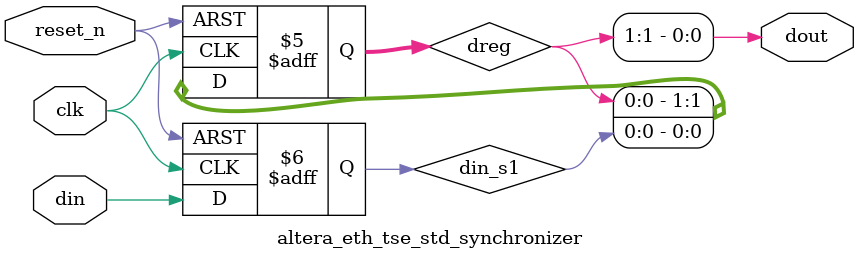
<source format=v>




// START_MODULE_NAME-----------------------------------------------------------
//
// Module Name : altera_eth_tse_std_synchronizer
//
// Description : Single bit clock domain crossing synchronizer. 
//               Composed of two or more flip flops connected in series.
//               Random metastable condition is simulated when the 
//               __ALTERA_STD__METASTABLE_SIM macro is defined.
//               Use +define+__ALTERA_STD__METASTABLE_SIM argument 
//               on the Verilog simulator compiler command line to 
//               enable this mode. In addition, dfine the macro
//               __ALTERA_STD__METASTABLE_SIM_VERBOSE to get console output 
//               with every metastable event generated in the synchronizer.
//
// Copyright (C) Altera Corporation 2009, All Rights Reserved
// END_MODULE_NAME-------------------------------------------------------------

`timescale 1ns / 1ns

module altera_eth_tse_std_synchronizer (
                                clk, 
                                reset_n, 
                                din, 
                                dout
                                );

    // GLOBAL PARAMETER DECLARATION
    parameter depth = 3; // This value must be >= 2 !
     
  
    // INPUT PORT DECLARATION 
    input   clk;
    input   reset_n;    
    input   din;

    // OUTPUT PORT DECLARATION 
    output  dout;

    // QuartusII synthesis directives:
    //     1. Preserve all registers ie. do not touch them.
    //     2. Do not merge other flip-flops with synchronizer flip-flops.
    // QuartusII TimeQuest directives:
    //     1. Identify all flip-flops in this module as members of the synchronizer 
    //        to enable automatic metastability MTBF analysis.

    (* altera_attribute = {"-name SYNCHRONIZER_IDENTIFICATION FORCED_IF_ASYNCHRONOUS; -name DONT_MERGE_REGISTER ON; -name PRESERVE_REGISTER ON"} *) reg din_s1;

    (* altera_attribute = {"-name SYNCHRONIZER_IDENTIFICATION FORCED_IF_ASYNCHRONOUS; -name DONT_MERGE_REGISTER ON; -name PRESERVE_REGISTER ON"} *) reg [depth-2:0] dreg;    

    //synthesis translate_off
    initial begin
        if (depth <2) begin
            $display("%m: Error: synchronizer length: %0d less than 2.", depth);
        end
    end

    // the first synchronizer register is either a simple D flop for synthesis
    // and non-metastable simulation or a D flop with a method to inject random
    // metastable events resulting in random delay of [0,1] cycles

   
`ifdef __ALTERA_STD__METASTABLE_SIM

    reg[31:0]  RANDOM_SEED = 123456;      
    wire  next_din_s1;
    wire  dout;
    reg   din_last;
    reg   random;
    event metastable_event; // hook for debug monitoring

    initial begin
        $display("%m: Info: Metastable event injection simulation mode enabled");
    end
   
    always @(posedge clk) begin
        if (reset_n == 0)
            random <= $random(RANDOM_SEED);
        else
            random <= $random;
    end

    assign next_din_s1 = (din_last ^ din) ? random : din;   

    always @(posedge clk or negedge reset_n) begin
        if (reset_n == 0) 
            din_last <= 1'b0;
        else
            din_last <= din;
    end

    always @(posedge clk or negedge reset_n) begin
        if (reset_n == 0) 
            din_s1 <= 1'b0;
        else
            din_s1 <= next_din_s1;
    end
   
`else 

    //synthesis translate_on   

    always @(posedge clk or negedge reset_n) begin
        if (reset_n == 0) 
            din_s1 <= 1'b0;
        else
            din_s1 <= din;
    end

    //synthesis translate_off      

`endif


`ifdef __ALTERA_STD__METASTABLE_SIM_VERBOSE
    always @(*) begin
        if (reset_n && (din_last != din) && (random != din)) begin
            $display("%m: Verbose Info: metastable event @ time %t", $time);
            ->metastable_event;
        end
    end      
`endif

    //synthesis translate_on

    // the remaining synchronizer registers form a simple shift register
    // of length depth-1

    generate
        if (depth < 3) begin
            always @(posedge clk or negedge reset_n) begin
                if (reset_n == 0) 
                    dreg <= {depth-1{1'b0}};      
                else
                    dreg <= din_s1;
            end     
        end else begin
            always @(posedge clk or negedge reset_n) begin
                if (reset_n == 0) 
                    dreg <= {depth-1{1'b0}};
                else
                    dreg <= {dreg[depth-3:0], din_s1};
            end
        end
    endgenerate

    assign dout = dreg[depth-2];
   
endmodule  // altera_eth_tse_std_synchronizer
// END OF MODULE
                        

</source>
